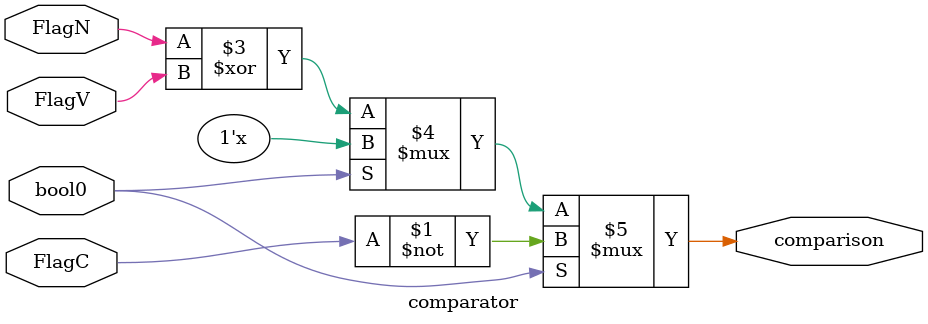
<source format=v>
`timescale 1ns / 1ps


module comparator(
    input FlagN,
    input FlagV,
    input FlagC,
    input bool0,
    output comparison
    );
    
    assign comparison = (bool0) ? (~FlagC) :
                        (~bool0) ? (FlagN ^ FlagV) : 1'bx;
    
endmodule

</source>
